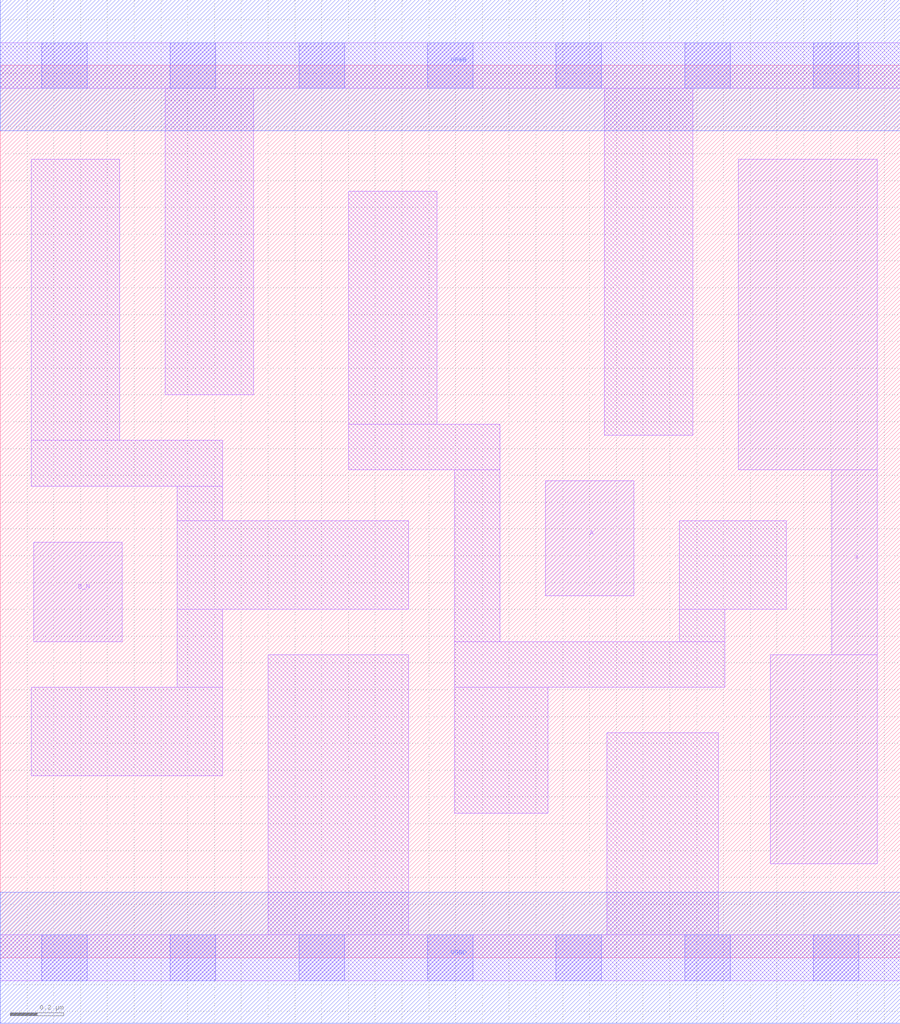
<source format=lef>
# Copyright 2020 The SkyWater PDK Authors
#
# Licensed under the Apache License, Version 2.0 (the "License");
# you may not use this file except in compliance with the License.
# You may obtain a copy of the License at
#
#     https://www.apache.org/licenses/LICENSE-2.0
#
# Unless required by applicable law or agreed to in writing, software
# distributed under the License is distributed on an "AS IS" BASIS,
# WITHOUT WARRANTIES OR CONDITIONS OF ANY KIND, either express or implied.
# See the License for the specific language governing permissions and
# limitations under the License.
#
# SPDX-License-Identifier: Apache-2.0

VERSION 5.7 ;
  NAMESCASESENSITIVE ON ;
  NOWIREEXTENSIONATPIN ON ;
  DIVIDERCHAR "/" ;
  BUSBITCHARS "[]" ;
UNITS
  DATABASE MICRONS 200 ;
END UNITS
MACRO sky130_fd_sc_ls__or2b_1
  CLASS CORE ;
  SOURCE USER ;
  FOREIGN sky130_fd_sc_ls__or2b_1 ;
  ORIGIN  0.000000  0.000000 ;
  SIZE  3.360000 BY  3.330000 ;
  SYMMETRY X Y ;
  SITE unit ;
  PIN A
    ANTENNAGATEAREA  0.232500 ;
    DIRECTION INPUT ;
    USE SIGNAL ;
    PORT
      LAYER li1 ;
        RECT 2.035000 1.350000 2.365000 1.780000 ;
    END
  END A
  PIN B_N
    ANTENNAGATEAREA  0.208500 ;
    DIRECTION INPUT ;
    USE SIGNAL ;
    PORT
      LAYER li1 ;
        RECT 0.125000 1.180000 0.455000 1.550000 ;
    END
  END B_N
  PIN X
    ANTENNADIFFAREA  0.541300 ;
    DIRECTION OUTPUT ;
    USE SIGNAL ;
    PORT
      LAYER li1 ;
        RECT 2.755000 1.820000 3.275000 2.980000 ;
        RECT 2.875000 0.350000 3.275000 1.130000 ;
        RECT 3.105000 1.130000 3.275000 1.820000 ;
    END
  END X
  PIN VGND
    DIRECTION INOUT ;
    SHAPE ABUTMENT ;
    USE GROUND ;
    PORT
      LAYER met1 ;
        RECT 0.000000 -0.245000 3.360000 0.245000 ;
    END
  END VGND
  PIN VPWR
    DIRECTION INOUT ;
    SHAPE ABUTMENT ;
    USE POWER ;
    PORT
      LAYER met1 ;
        RECT 0.000000 3.085000 3.360000 3.575000 ;
    END
  END VPWR
  OBS
    LAYER li1 ;
      RECT 0.000000 -0.085000 3.360000 0.085000 ;
      RECT 0.000000  3.245000 3.360000 3.415000 ;
      RECT 0.115000  0.680000 0.830000 1.010000 ;
      RECT 0.115000  1.760000 0.830000 1.930000 ;
      RECT 0.115000  1.930000 0.445000 2.980000 ;
      RECT 0.615000  2.100000 0.945000 3.245000 ;
      RECT 0.660000  1.010000 0.830000 1.300000 ;
      RECT 0.660000  1.300000 1.525000 1.630000 ;
      RECT 0.660000  1.630000 0.830000 1.760000 ;
      RECT 1.000000  0.085000 1.525000 1.130000 ;
      RECT 1.300000  1.820000 1.865000 1.990000 ;
      RECT 1.300000  1.990000 1.630000 2.860000 ;
      RECT 1.695000  0.540000 2.045000 1.010000 ;
      RECT 1.695000  1.010000 2.705000 1.180000 ;
      RECT 1.695000  1.180000 1.865000 1.820000 ;
      RECT 2.255000  1.950000 2.585000 3.245000 ;
      RECT 2.265000  0.085000 2.680000 0.840000 ;
      RECT 2.535000  1.180000 2.705000 1.300000 ;
      RECT 2.535000  1.300000 2.935000 1.630000 ;
    LAYER mcon ;
      RECT 0.155000 -0.085000 0.325000 0.085000 ;
      RECT 0.155000  3.245000 0.325000 3.415000 ;
      RECT 0.635000 -0.085000 0.805000 0.085000 ;
      RECT 0.635000  3.245000 0.805000 3.415000 ;
      RECT 1.115000 -0.085000 1.285000 0.085000 ;
      RECT 1.115000  3.245000 1.285000 3.415000 ;
      RECT 1.595000 -0.085000 1.765000 0.085000 ;
      RECT 1.595000  3.245000 1.765000 3.415000 ;
      RECT 2.075000 -0.085000 2.245000 0.085000 ;
      RECT 2.075000  3.245000 2.245000 3.415000 ;
      RECT 2.555000 -0.085000 2.725000 0.085000 ;
      RECT 2.555000  3.245000 2.725000 3.415000 ;
      RECT 3.035000 -0.085000 3.205000 0.085000 ;
      RECT 3.035000  3.245000 3.205000 3.415000 ;
  END
END sky130_fd_sc_ls__or2b_1
END LIBRARY

</source>
